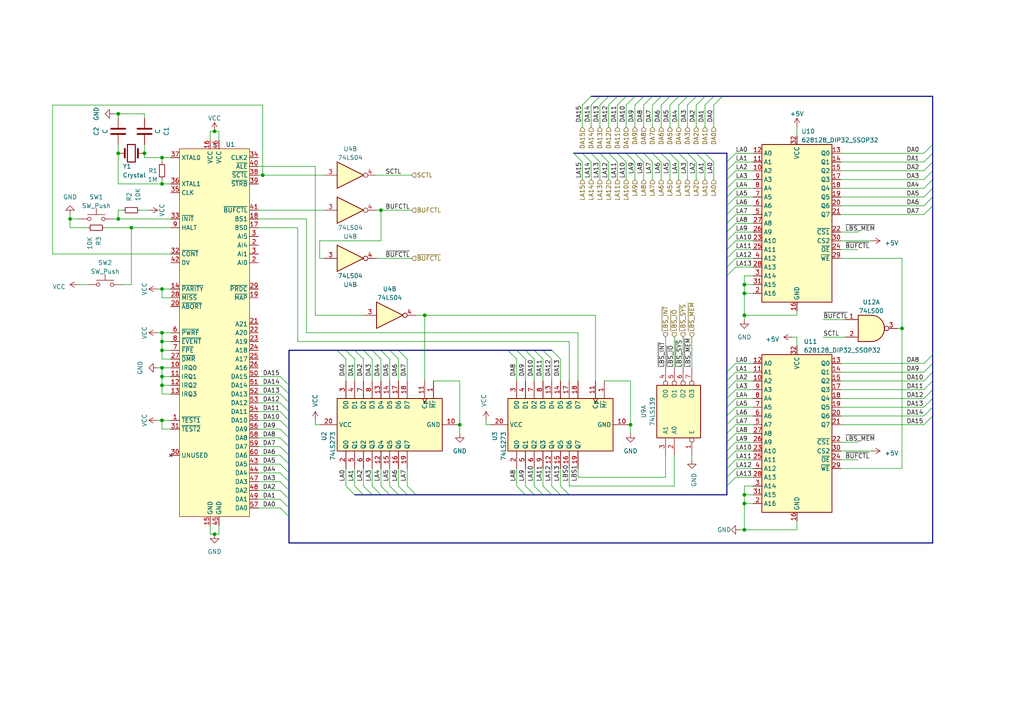
<source format=kicad_sch>
(kicad_sch (version 20230121) (generator eeschema)
  (paper "A4")
  (junction (at 62.23 154.94))
  (junction (at 34.29 44.45))
  (junction (at 76.2 50.8))
  (junction (at 41.91 44.45))
  (junction (at 46.99 106.68))
  (junction (at 261.62 95.25))
  (junction (at 46.99 53.34))
  (junction (at 46.99 109.22))
  (junction (at 46.99 99.06))
  (junction (at 215.9 146.05))
  (junction (at 46.99 83.82))
  (junction (at 34.29 33.02))
  (junction (at 46.99 101.6))
  (junction (at 215.9 143.51))
  (junction (at 215.9 82.55))
  (junction (at 46.99 45.72))
  (junction (at 46.99 111.76))
  (junction (at 46.99 121.92))
  (junction (at 46.99 96.52))
  (junction (at 34.29 63.5))
  (junction (at 215.9 85.09))
  (junction (at 110.49 60.96))
  (junction (at 20.32 63.5))
  (junction (at 62.23 38.1))
  (junction (at 215.9 91.44))
  (junction (at 215.9 153.67))
  (junction (at 38.1 66.04))
  (junction (at 182.88 123.19))
  (junction (at 123.19 91.44))
  (junction (at 133.35 123.19))
  (bus_entry (at 204.47 30.48) (size 2.54 -2.54))
  (bus_entry (at 213.36 59.69) (size -2.54 2.54))
  (bus_entry (at 213.36 49.53) (size -2.54 2.54))
  (bus_entry (at 189.23 30.48) (size 2.54 -2.54))
  (bus_entry (at 115.57 140.97) (size 2.54 2.54))
  (bus_entry (at 171.45 30.48) (size 2.54 -2.54))
  (bus_entry (at 113.03 140.97) (size 2.54 2.54))
  (bus_entry (at 81.28 144.78) (size 2.54 2.54))
  (bus_entry (at 213.36 69.85) (size -2.54 2.54))
  (bus_entry (at 207.01 46.99) (size -2.54 -2.54))
  (bus_entry (at 157.48 104.14) (size -2.54 -2.54))
  (bus_entry (at 179.07 30.48) (size 2.54 -2.54))
  (bus_entry (at 160.02 140.97) (size 2.54 2.54))
  (bus_entry (at 100.33 140.97) (size 2.54 2.54))
  (bus_entry (at 105.41 104.14) (size -2.54 -2.54))
  (bus_entry (at 267.97 62.23) (size 2.54 -2.54))
  (bus_entry (at 113.03 104.14) (size -2.54 -2.54))
  (bus_entry (at 267.97 44.45) (size 2.54 -2.54))
  (bus_entry (at 107.95 104.14) (size -2.54 -2.54))
  (bus_entry (at 184.15 30.48) (size 2.54 -2.54))
  (bus_entry (at 213.36 110.49) (size -2.54 2.54))
  (bus_entry (at 81.28 134.62) (size 2.54 2.54))
  (bus_entry (at 186.69 46.99) (size -2.54 -2.54))
  (bus_entry (at 162.56 140.97) (size 2.54 2.54))
  (bus_entry (at 196.85 30.48) (size 2.54 -2.54))
  (bus_entry (at 81.28 109.22) (size 2.54 2.54))
  (bus_entry (at 267.97 113.03) (size 2.54 -2.54))
  (bus_entry (at 199.39 46.99) (size -2.54 -2.54))
  (bus_entry (at 81.28 111.76) (size 2.54 2.54))
  (bus_entry (at 267.97 107.95) (size 2.54 -2.54))
  (bus_entry (at 110.49 104.14) (size -2.54 -2.54))
  (bus_entry (at 267.97 105.41) (size 2.54 -2.54))
  (bus_entry (at 191.77 46.99) (size -2.54 -2.54))
  (bus_entry (at 213.36 64.77) (size -2.54 2.54))
  (bus_entry (at 213.36 113.03) (size -2.54 2.54))
  (bus_entry (at 118.11 104.14) (size -2.54 -2.54))
  (bus_entry (at 179.07 46.99) (size -2.54 -2.54))
  (bus_entry (at 194.31 30.48) (size 2.54 -2.54))
  (bus_entry (at 181.61 46.99) (size -2.54 -2.54))
  (bus_entry (at 152.4 104.14) (size -2.54 -2.54))
  (bus_entry (at 213.36 74.93) (size -2.54 2.54))
  (bus_entry (at 181.61 30.48) (size 2.54 -2.54))
  (bus_entry (at 81.28 124.46) (size 2.54 2.54))
  (bus_entry (at 213.36 128.27) (size -2.54 2.54))
  (bus_entry (at 201.93 46.99) (size -2.54 -2.54))
  (bus_entry (at 102.87 104.14) (size -2.54 -2.54))
  (bus_entry (at 267.97 46.99) (size 2.54 -2.54))
  (bus_entry (at 81.28 116.84) (size 2.54 2.54))
  (bus_entry (at 107.95 140.97) (size 2.54 2.54))
  (bus_entry (at 204.47 46.99) (size -2.54 -2.54))
  (bus_entry (at 81.28 132.08) (size 2.54 2.54))
  (bus_entry (at 152.4 140.97) (size 2.54 2.54))
  (bus_entry (at 81.28 114.3) (size 2.54 2.54))
  (bus_entry (at 207.01 30.48) (size 2.54 -2.54))
  (bus_entry (at 199.39 30.48) (size 2.54 -2.54))
  (bus_entry (at 213.36 138.43) (size -2.54 2.54))
  (bus_entry (at 267.97 54.61) (size 2.54 -2.54))
  (bus_entry (at 173.99 46.99) (size -2.54 -2.54))
  (bus_entry (at 213.36 52.07) (size -2.54 2.54))
  (bus_entry (at 213.36 118.11) (size -2.54 2.54))
  (bus_entry (at 115.57 104.14) (size -2.54 -2.54))
  (bus_entry (at 213.36 44.45) (size -2.54 2.54))
  (bus_entry (at 213.36 135.89) (size -2.54 2.54))
  (bus_entry (at 81.28 119.38) (size 2.54 2.54))
  (bus_entry (at 81.28 137.16) (size 2.54 2.54))
  (bus_entry (at 213.36 133.35) (size -2.54 2.54))
  (bus_entry (at 213.36 62.23) (size -2.54 2.54))
  (bus_entry (at 186.69 30.48) (size 2.54 -2.54))
  (bus_entry (at 157.48 140.97) (size 2.54 2.54))
  (bus_entry (at 81.28 147.32) (size 2.54 2.54))
  (bus_entry (at 213.36 130.81) (size -2.54 2.54))
  (bus_entry (at 168.91 30.48) (size 2.54 -2.54))
  (bus_entry (at 149.86 104.14) (size -2.54 -2.54))
  (bus_entry (at 81.28 142.24) (size 2.54 2.54))
  (bus_entry (at 81.28 139.7) (size 2.54 2.54))
  (bus_entry (at 191.77 30.48) (size 2.54 -2.54))
  (bus_entry (at 168.91 46.99) (size -2.54 -2.54))
  (bus_entry (at 81.28 129.54) (size 2.54 2.54))
  (bus_entry (at 267.97 57.15) (size 2.54 -2.54))
  (bus_entry (at 267.97 59.69) (size 2.54 -2.54))
  (bus_entry (at 100.33 104.14) (size -2.54 -2.54))
  (bus_entry (at 184.15 46.99) (size -2.54 -2.54))
  (bus_entry (at 213.36 46.99) (size -2.54 2.54))
  (bus_entry (at 213.36 54.61) (size -2.54 2.54))
  (bus_entry (at 176.53 30.48) (size 2.54 -2.54))
  (bus_entry (at 267.97 115.57) (size 2.54 -2.54))
  (bus_entry (at 213.36 120.65) (size -2.54 2.54))
  (bus_entry (at 81.28 127) (size 2.54 2.54))
  (bus_entry (at 162.56 104.14) (size -2.54 -2.54))
  (bus_entry (at 189.23 46.99) (size -2.54 -2.54))
  (bus_entry (at 118.11 140.97) (size 2.54 2.54))
  (bus_entry (at 213.36 115.57) (size -2.54 2.54))
  (bus_entry (at 267.97 52.07) (size 2.54 -2.54))
  (bus_entry (at 201.93 30.48) (size 2.54 -2.54))
  (bus_entry (at 171.45 46.99) (size -2.54 -2.54))
  (bus_entry (at 267.97 123.19) (size 2.54 -2.54))
  (bus_entry (at 102.87 140.97) (size 2.54 2.54))
  (bus_entry (at 173.99 30.48) (size 2.54 -2.54))
  (bus_entry (at 267.97 118.11) (size 2.54 -2.54))
  (bus_entry (at 154.94 140.97) (size 2.54 2.54))
  (bus_entry (at 267.97 49.53) (size 2.54 -2.54))
  (bus_entry (at 176.53 46.99) (size -2.54 -2.54))
  (bus_entry (at 154.94 104.14) (size -2.54 -2.54))
  (bus_entry (at 81.28 121.92) (size 2.54 2.54))
  (bus_entry (at 213.36 77.47) (size -2.54 2.54))
  (bus_entry (at 213.36 105.41) (size -2.54 2.54))
  (bus_entry (at 213.36 125.73) (size -2.54 2.54))
  (bus_entry (at 267.97 110.49) (size 2.54 -2.54))
  (bus_entry (at 110.49 140.97) (size 2.54 2.54))
  (bus_entry (at 196.85 46.99) (size -2.54 -2.54))
  (bus_entry (at 105.41 140.97) (size 2.54 2.54))
  (bus_entry (at 213.36 123.19) (size -2.54 2.54))
  (bus_entry (at 149.86 140.97) (size 2.54 2.54))
  (bus_entry (at 213.36 57.15) (size -2.54 2.54))
  (bus_entry (at 160.02 104.14) (size -2.54 -2.54))
  (bus_entry (at 213.36 107.95) (size -2.54 2.54))
  (bus_entry (at 213.36 67.31) (size -2.54 2.54))
  (bus_entry (at 194.31 46.99) (size -2.54 -2.54))
  (bus_entry (at 267.97 120.65) (size 2.54 -2.54))
  (bus_entry (at 213.36 72.39) (size -2.54 2.54))
  (wire (pts (xy 213.36 57.15) (xy 218.44 57.15)))
  (wire (pts (xy 49.53 106.68) (xy 46.99 106.68)))
  (wire (pts (xy 49.53 121.92) (xy 46.99 121.92)))
  (bus (pts (xy 270.51 157.48) (xy 270.51 120.65)))
  (wire (pts (xy 74.93 139.7) (xy 81.28 139.7)))
  (wire (pts (xy 91.44 121.92) (xy 91.44 123.19)))
  (wire (pts (xy 91.44 48.26) (xy 91.44 91.44)))
  (wire (pts (xy 198.12 106.68) (xy 198.12 97.79)))
  (wire (pts (xy 46.99 86.36) (xy 49.53 86.36)))
  (wire (pts (xy 243.84 59.69) (xy 267.97 59.69)))
  (wire (pts (xy 218.44 140.97) (xy 215.9 140.97)))
  (bus (pts (xy 179.07 27.94) (xy 181.61 27.94)))
  (wire (pts (xy 107.95 135.89) (xy 107.95 140.97)))
  (wire (pts (xy 74.93 147.32) (xy 81.28 147.32)))
  (wire (pts (xy 173.99 36.83) (xy 173.99 30.48)))
  (bus (pts (xy 83.82 134.62) (xy 83.82 137.16)))
  (wire (pts (xy 243.84 49.53) (xy 267.97 49.53)))
  (wire (pts (xy 200.66 106.68) (xy 200.66 97.79)))
  (wire (pts (xy 215.9 146.05) (xy 218.44 146.05)))
  (bus (pts (xy 83.82 121.92) (xy 83.82 124.46)))
  (wire (pts (xy 22.86 63.5) (xy 20.32 63.5)))
  (bus (pts (xy 210.82 72.39) (xy 210.82 74.93)))
  (bus (pts (xy 199.39 27.94) (xy 201.93 27.94)))
  (bus (pts (xy 83.82 119.38) (xy 83.82 121.92)))
  (bus (pts (xy 102.87 101.6) (xy 105.41 101.6)))
  (wire (pts (xy 20.32 63.5) (xy 20.32 62.23)))
  (wire (pts (xy 213.36 67.31) (xy 218.44 67.31)))
  (wire (pts (xy 46.99 124.46) (xy 49.53 124.46)))
  (bus (pts (xy 160.02 143.51) (xy 162.56 143.51)))
  (wire (pts (xy 110.49 60.96) (xy 109.22 60.96)))
  (wire (pts (xy 45.72 106.68) (xy 46.99 106.68)))
  (wire (pts (xy 86.36 99.06) (xy 165.1 99.06)))
  (bus (pts (xy 83.82 149.86) (xy 83.82 157.48)))
  (bus (pts (xy 83.82 139.7) (xy 83.82 142.24)))
  (wire (pts (xy 199.39 46.99) (xy 199.39 52.07)))
  (wire (pts (xy 74.93 48.26) (xy 91.44 48.26)))
  (wire (pts (xy 243.84 130.81) (xy 252.73 130.81)))
  (wire (pts (xy 63.5 38.1) (xy 62.23 38.1)))
  (wire (pts (xy 102.87 135.89) (xy 102.87 140.97)))
  (bus (pts (xy 210.82 143.51) (xy 210.82 140.97)))
  (bus (pts (xy 173.99 27.94) (xy 176.53 27.94)))
  (bus (pts (xy 186.69 27.94) (xy 189.23 27.94)))
  (wire (pts (xy 213.36 69.85) (xy 218.44 69.85)))
  (wire (pts (xy 215.9 82.55) (xy 218.44 82.55)))
  (wire (pts (xy 63.5 40.64) (xy 63.5 38.1)))
  (wire (pts (xy 113.03 135.89) (xy 113.03 140.97)))
  (wire (pts (xy 167.64 138.43) (xy 193.04 138.43)))
  (wire (pts (xy 215.9 143.51) (xy 218.44 143.51)))
  (bus (pts (xy 179.07 44.45) (xy 176.53 44.45)))
  (bus (pts (xy 115.57 101.6) (xy 147.32 101.6)))
  (bus (pts (xy 83.82 111.76) (xy 83.82 101.6)))
  (wire (pts (xy 149.86 104.14) (xy 149.86 110.49)))
  (bus (pts (xy 210.82 128.27) (xy 210.82 130.81)))
  (wire (pts (xy 215.9 153.67) (xy 215.9 146.05)))
  (wire (pts (xy 15.24 30.48) (xy 76.2 30.48)))
  (bus (pts (xy 83.82 144.78) (xy 83.82 147.32)))
  (wire (pts (xy 243.84 67.31) (xy 248.92 67.31)))
  (wire (pts (xy 46.99 101.6) (xy 46.99 104.14)))
  (wire (pts (xy 243.84 69.85) (xy 252.73 69.85)))
  (wire (pts (xy 213.36 52.07) (xy 218.44 52.07)))
  (wire (pts (xy 46.99 109.22) (xy 49.53 109.22)))
  (bus (pts (xy 210.82 138.43) (xy 210.82 140.97)))
  (bus (pts (xy 189.23 44.45) (xy 186.69 44.45)))
  (wire (pts (xy 46.99 53.34) (xy 34.29 53.34)))
  (wire (pts (xy 213.36 110.49) (xy 218.44 110.49)))
  (bus (pts (xy 210.82 44.45) (xy 204.47 44.45)))
  (bus (pts (xy 168.91 44.45) (xy 166.37 44.45)))
  (wire (pts (xy 200.66 133.35) (xy 200.66 132.08)))
  (wire (pts (xy 107.95 104.14) (xy 107.95 110.49)))
  (wire (pts (xy 186.69 36.83) (xy 186.69 30.48)))
  (wire (pts (xy 243.84 123.19) (xy 267.97 123.19)))
  (wire (pts (xy 34.29 33.02) (xy 33.02 33.02)))
  (wire (pts (xy 76.2 50.8) (xy 93.98 50.8)))
  (wire (pts (xy 181.61 36.83) (xy 181.61 30.48)))
  (wire (pts (xy 184.15 36.83) (xy 184.15 30.48)))
  (bus (pts (xy 210.82 64.77) (xy 210.82 67.31)))
  (wire (pts (xy 74.93 144.78) (xy 81.28 144.78)))
  (wire (pts (xy 41.91 33.02) (xy 34.29 33.02)))
  (wire (pts (xy 215.9 80.01) (xy 215.9 82.55)))
  (bus (pts (xy 270.51 110.49) (xy 270.51 107.95)))
  (wire (pts (xy 63.5 154.94) (xy 62.23 154.94)))
  (wire (pts (xy 179.07 36.83) (xy 179.07 30.48)))
  (bus (pts (xy 270.51 57.15) (xy 270.51 54.61)))
  (wire (pts (xy 213.36 138.43) (xy 218.44 138.43)))
  (wire (pts (xy 46.99 83.82) (xy 46.99 86.36)))
  (bus (pts (xy 189.23 27.94) (xy 191.77 27.94)))
  (bus (pts (xy 120.65 143.51) (xy 152.4 143.51)))
  (wire (pts (xy 45.72 83.82) (xy 46.99 83.82)))
  (bus (pts (xy 154.94 101.6) (xy 157.48 101.6)))
  (wire (pts (xy 34.29 63.5) (xy 49.53 63.5)))
  (wire (pts (xy 204.47 46.99) (xy 204.47 52.07)))
  (wire (pts (xy 168.91 46.99) (xy 168.91 52.07)))
  (bus (pts (xy 152.4 101.6) (xy 154.94 101.6)))
  (wire (pts (xy 193.04 106.68) (xy 193.04 97.79)))
  (bus (pts (xy 210.82 113.03) (xy 210.82 115.57)))
  (wire (pts (xy 125.73 110.49) (xy 133.35 110.49)))
  (wire (pts (xy 140.97 123.19) (xy 142.24 123.19)))
  (wire (pts (xy 152.4 104.14) (xy 152.4 110.49)))
  (wire (pts (xy 218.44 80.01) (xy 215.9 80.01)))
  (wire (pts (xy 49.53 73.66) (xy 15.24 73.66)))
  (wire (pts (xy 40.64 60.96) (xy 43.18 60.96)))
  (bus (pts (xy 210.82 120.65) (xy 210.82 123.19)))
  (bus (pts (xy 270.51 49.53) (xy 270.51 46.99)))
  (bus (pts (xy 105.41 101.6) (xy 107.95 101.6)))
  (wire (pts (xy 46.99 121.92) (xy 46.99 124.46)))
  (wire (pts (xy 195.58 140.97) (xy 195.58 132.08)))
  (wire (pts (xy 91.44 123.19) (xy 92.71 123.19)))
  (bus (pts (xy 110.49 143.51) (xy 113.03 143.51)))
  (wire (pts (xy 243.84 118.11) (xy 267.97 118.11)))
  (wire (pts (xy 175.26 110.49) (xy 182.88 110.49)))
  (wire (pts (xy 213.36 54.61) (xy 218.44 54.61)))
  (wire (pts (xy 34.29 60.96) (xy 34.29 63.5)))
  (wire (pts (xy 109.22 74.93) (xy 119.38 74.93)))
  (wire (pts (xy 100.33 104.14) (xy 100.33 110.49)))
  (wire (pts (xy 46.99 114.3) (xy 49.53 114.3)))
  (bus (pts (xy 194.31 27.94) (xy 196.85 27.94)))
  (bus (pts (xy 210.82 77.47) (xy 210.82 80.01)))
  (wire (pts (xy 60.96 38.1) (xy 62.23 38.1)))
  (wire (pts (xy 113.03 104.14) (xy 113.03 110.49)))
  (wire (pts (xy 74.93 142.24) (xy 81.28 142.24)))
  (wire (pts (xy 74.93 127) (xy 81.28 127)))
  (bus (pts (xy 83.82 127) (xy 83.82 129.54)))
  (bus (pts (xy 110.49 101.6) (xy 113.03 101.6)))
  (bus (pts (xy 210.82 135.89) (xy 210.82 138.43)))
  (wire (pts (xy 194.31 46.99) (xy 194.31 52.07)))
  (wire (pts (xy 243.84 120.65) (xy 267.97 120.65)))
  (wire (pts (xy 74.93 116.84) (xy 81.28 116.84)))
  (bus (pts (xy 210.82 46.99) (xy 210.82 44.45)))
  (wire (pts (xy 35.56 60.96) (xy 34.29 60.96)))
  (wire (pts (xy 60.96 154.94) (xy 60.96 152.4)))
  (wire (pts (xy 74.93 124.46) (xy 81.28 124.46)))
  (wire (pts (xy 168.91 36.83) (xy 168.91 30.48)))
  (bus (pts (xy 210.82 130.81) (xy 210.82 133.35)))
  (wire (pts (xy 213.36 107.95) (xy 218.44 107.95)))
  (bus (pts (xy 210.82 69.85) (xy 210.82 72.39)))
  (wire (pts (xy 35.56 82.55) (xy 38.1 82.55)))
  (wire (pts (xy 215.9 143.51) (xy 215.9 146.05)))
  (wire (pts (xy 74.93 129.54) (xy 81.28 129.54)))
  (wire (pts (xy 118.11 135.89) (xy 118.11 140.97)))
  (wire (pts (xy 49.53 83.82) (xy 46.99 83.82)))
  (wire (pts (xy 46.99 111.76) (xy 46.99 114.3)))
  (bus (pts (xy 83.82 132.08) (xy 83.82 134.62)))
  (wire (pts (xy 45.72 121.92) (xy 46.99 121.92)))
  (wire (pts (xy 231.14 151.13) (xy 231.14 153.67)))
  (bus (pts (xy 181.61 44.45) (xy 179.07 44.45)))
  (wire (pts (xy 74.93 63.5) (xy 88.9 63.5)))
  (wire (pts (xy 229.87 97.79) (xy 231.14 97.79)))
  (wire (pts (xy 213.36 49.53) (xy 218.44 49.53)))
  (bus (pts (xy 83.82 124.46) (xy 83.82 127)))
  (wire (pts (xy 172.72 110.49) (xy 172.72 91.44)))
  (wire (pts (xy 86.36 66.04) (xy 86.36 99.06)))
  (wire (pts (xy 204.47 36.83) (xy 204.47 30.48)))
  (wire (pts (xy 46.99 99.06) (xy 46.99 101.6)))
  (wire (pts (xy 207.01 36.83) (xy 207.01 30.48)))
  (bus (pts (xy 102.87 143.51) (xy 105.41 143.51)))
  (wire (pts (xy 162.56 135.89) (xy 162.56 140.97)))
  (wire (pts (xy 49.53 111.76) (xy 46.99 111.76)))
  (wire (pts (xy 181.61 46.99) (xy 181.61 52.07)))
  (bus (pts (xy 154.94 143.51) (xy 157.48 143.51)))
  (wire (pts (xy 74.93 109.22) (xy 81.28 109.22)))
  (bus (pts (xy 270.51 107.95) (xy 270.51 105.41)))
  (wire (pts (xy 46.99 106.68) (xy 46.99 109.22)))
  (bus (pts (xy 173.99 44.45) (xy 171.45 44.45)))
  (wire (pts (xy 74.93 114.3) (xy 81.28 114.3)))
  (wire (pts (xy 213.36 113.03) (xy 218.44 113.03)))
  (wire (pts (xy 243.84 72.39) (xy 248.92 72.39)))
  (wire (pts (xy 140.97 123.19) (xy 140.97 121.92)))
  (wire (pts (xy 100.33 135.89) (xy 100.33 140.97)))
  (bus (pts (xy 270.51 44.45) (xy 270.51 41.91)))
  (wire (pts (xy 243.84 115.57) (xy 267.97 115.57)))
  (wire (pts (xy 213.36 64.77) (xy 218.44 64.77)))
  (wire (pts (xy 162.56 104.14) (xy 162.56 110.49)))
  (wire (pts (xy 110.49 60.96) (xy 110.49 69.85)))
  (wire (pts (xy 189.23 46.99) (xy 189.23 52.07)))
  (bus (pts (xy 210.82 118.11) (xy 210.82 120.65)))
  (wire (pts (xy 46.99 99.06) (xy 49.53 99.06)))
  (wire (pts (xy 33.02 63.5) (xy 34.29 63.5)))
  (wire (pts (xy 41.91 45.72) (xy 46.99 45.72)))
  (wire (pts (xy 213.36 125.73) (xy 218.44 125.73)))
  (bus (pts (xy 270.51 105.41) (xy 270.51 102.87)))
  (wire (pts (xy 74.93 60.96) (xy 93.98 60.96)))
  (wire (pts (xy 215.9 140.97) (xy 215.9 143.51)))
  (bus (pts (xy 100.33 101.6) (xy 102.87 101.6)))
  (wire (pts (xy 160.02 135.89) (xy 160.02 140.97)))
  (wire (pts (xy 167.64 96.52) (xy 167.64 110.49)))
  (bus (pts (xy 270.51 41.91) (xy 270.51 27.94)))
  (wire (pts (xy 110.49 60.96) (xy 119.38 60.96)))
  (bus (pts (xy 113.03 143.51) (xy 115.57 143.51)))
  (bus (pts (xy 196.85 27.94) (xy 199.39 27.94)))
  (bus (pts (xy 171.45 27.94) (xy 173.99 27.94)))
  (wire (pts (xy 49.53 101.6) (xy 46.99 101.6)))
  (bus (pts (xy 270.51 59.69) (xy 270.51 102.87)))
  (wire (pts (xy 110.49 135.89) (xy 110.49 140.97)))
  (bus (pts (xy 181.61 27.94) (xy 184.15 27.94)))
  (wire (pts (xy 160.02 104.14) (xy 160.02 110.49)))
  (wire (pts (xy 243.84 52.07) (xy 267.97 52.07)))
  (wire (pts (xy 74.93 121.92) (xy 81.28 121.92)))
  (wire (pts (xy 182.88 123.19) (xy 182.88 125.73)))
  (wire (pts (xy 46.99 109.22) (xy 46.99 111.76)))
  (wire (pts (xy 22.86 82.55) (xy 25.4 82.55)))
  (bus (pts (xy 194.31 44.45) (xy 191.77 44.45)))
  (bus (pts (xy 83.82 116.84) (xy 83.82 119.38)))
  (wire (pts (xy 15.24 73.66) (xy 15.24 30.48)))
  (wire (pts (xy 157.48 135.89) (xy 157.48 140.97)))
  (wire (pts (xy 110.49 69.85) (xy 92.71 69.85)))
  (bus (pts (xy 270.51 120.65) (xy 270.51 118.11)))
  (wire (pts (xy 118.11 104.14) (xy 118.11 110.49)))
  (wire (pts (xy 88.9 63.5) (xy 88.9 96.52)))
  (bus (pts (xy 210.82 54.61) (xy 210.82 57.15)))
  (bus (pts (xy 186.69 44.45) (xy 184.15 44.45)))
  (bus (pts (xy 210.82 59.69) (xy 210.82 62.23)))
  (wire (pts (xy 165.1 135.89) (xy 165.1 140.97)))
  (wire (pts (xy 243.84 44.45) (xy 267.97 44.45)))
  (wire (pts (xy 25.4 66.04) (xy 20.32 66.04)))
  (bus (pts (xy 204.47 27.94) (xy 207.01 27.94)))
  (wire (pts (xy 115.57 104.14) (xy 115.57 110.49)))
  (bus (pts (xy 196.85 44.45) (xy 194.31 44.45)))
  (wire (pts (xy 243.84 74.93) (xy 261.62 74.93)))
  (wire (pts (xy 213.36 62.23) (xy 218.44 62.23)))
  (wire (pts (xy 154.94 104.14) (xy 154.94 110.49)))
  (wire (pts (xy 243.84 128.27) (xy 248.92 128.27)))
  (wire (pts (xy 213.36 74.93) (xy 218.44 74.93)))
  (bus (pts (xy 207.01 27.94) (xy 209.55 27.94)))
  (bus (pts (xy 83.82 114.3) (xy 83.82 116.84)))
  (bus (pts (xy 270.51 115.57) (xy 270.51 113.03)))
  (wire (pts (xy 74.93 111.76) (xy 81.28 111.76)))
  (bus (pts (xy 270.51 54.61) (xy 270.51 52.07)))
  (bus (pts (xy 83.82 157.48) (xy 270.51 157.48)))
  (wire (pts (xy 215.9 91.44) (xy 215.9 92.71)))
  (bus (pts (xy 209.55 27.94) (xy 270.51 27.94)))
  (wire (pts (xy 213.36 105.41) (xy 218.44 105.41)))
  (wire (pts (xy 243.84 110.49) (xy 267.97 110.49)))
  (wire (pts (xy 46.99 96.52) (xy 46.99 99.06)))
  (wire (pts (xy 171.45 46.99) (xy 171.45 52.07)))
  (wire (pts (xy 213.36 120.65) (xy 218.44 120.65)))
  (wire (pts (xy 193.04 138.43) (xy 193.04 132.08)))
  (wire (pts (xy 154.94 135.89) (xy 154.94 140.97)))
  (wire (pts (xy 189.23 36.83) (xy 189.23 30.48)))
  (wire (pts (xy 196.85 36.83) (xy 196.85 30.48)))
  (wire (pts (xy 201.93 46.99) (xy 201.93 52.07)))
  (bus (pts (xy 105.41 143.51) (xy 107.95 143.51)))
  (bus (pts (xy 270.51 52.07) (xy 270.51 49.53)))
  (bus (pts (xy 199.39 44.45) (xy 196.85 44.45)))
  (wire (pts (xy 41.91 45.72) (xy 41.91 44.45)))
  (wire (pts (xy 182.88 110.49) (xy 182.88 123.19)))
  (wire (pts (xy 105.41 135.89) (xy 105.41 140.97)))
  (bus (pts (xy 83.82 137.16) (xy 83.82 139.7)))
  (bus (pts (xy 115.57 143.51) (xy 118.11 143.51)))
  (bus (pts (xy 210.82 125.73) (xy 210.82 128.27)))
  (wire (pts (xy 243.84 62.23) (xy 267.97 62.23)))
  (wire (pts (xy 172.72 91.44) (xy 123.19 91.44)))
  (bus (pts (xy 191.77 44.45) (xy 189.23 44.45)))
  (wire (pts (xy 218.44 85.09) (xy 215.9 85.09)))
  (bus (pts (xy 157.48 143.51) (xy 160.02 143.51)))
  (wire (pts (xy 261.62 95.25) (xy 261.62 135.89)))
  (bus (pts (xy 83.82 147.32) (xy 83.82 149.86)))
  (wire (pts (xy 231.14 91.44) (xy 215.9 91.44)))
  (wire (pts (xy 196.85 46.99) (xy 196.85 52.07)))
  (wire (pts (xy 213.36 44.45) (xy 218.44 44.45)))
  (wire (pts (xy 157.48 104.14) (xy 157.48 110.49)))
  (bus (pts (xy 176.53 27.94) (xy 179.07 27.94)))
  (wire (pts (xy 261.62 135.89) (xy 243.84 135.89)))
  (wire (pts (xy 49.53 96.52) (xy 46.99 96.52)))
  (wire (pts (xy 179.07 46.99) (xy 179.07 52.07)))
  (wire (pts (xy 191.77 46.99) (xy 191.77 52.07)))
  (bus (pts (xy 162.56 143.51) (xy 165.1 143.51)))
  (wire (pts (xy 213.36 128.27) (xy 218.44 128.27)))
  (wire (pts (xy 38.1 82.55) (xy 38.1 66.04)))
  (bus (pts (xy 210.82 115.57) (xy 210.82 118.11)))
  (bus (pts (xy 113.03 101.6) (xy 115.57 101.6)))
  (bus (pts (xy 210.82 49.53) (xy 210.82 52.07)))
  (bus (pts (xy 83.82 129.54) (xy 83.82 132.08)))
  (bus (pts (xy 107.95 101.6) (xy 110.49 101.6)))
  (wire (pts (xy 213.36 123.19) (xy 218.44 123.19)))
  (wire (pts (xy 34.29 41.91) (xy 34.29 44.45)))
  (wire (pts (xy 74.93 119.38) (xy 81.28 119.38)))
  (wire (pts (xy 243.84 54.61) (xy 267.97 54.61)))
  (bus (pts (xy 210.82 67.31) (xy 210.82 69.85)))
  (wire (pts (xy 213.36 72.39) (xy 218.44 72.39)))
  (wire (pts (xy 74.93 132.08) (xy 81.28 132.08)))
  (bus (pts (xy 270.51 113.03) (xy 270.51 110.49)))
  (bus (pts (xy 210.82 110.49) (xy 210.82 113.03)))
  (wire (pts (xy 20.32 66.04) (xy 20.32 63.5)))
  (wire (pts (xy 115.57 135.89) (xy 115.57 140.97)))
  (bus (pts (xy 83.82 101.6) (xy 97.79 101.6)))
  (wire (pts (xy 243.84 133.35) (xy 248.92 133.35)))
  (wire (pts (xy 74.93 50.8) (xy 76.2 50.8)))
  (wire (pts (xy 186.69 46.99) (xy 186.69 52.07)))
  (bus (pts (xy 210.82 57.15) (xy 210.82 59.69)))
  (bus (pts (xy 204.47 44.45) (xy 201.93 44.45)))
  (wire (pts (xy 231.14 153.67) (xy 215.9 153.67)))
  (bus (pts (xy 191.77 27.94) (xy 194.31 27.94)))
  (wire (pts (xy 92.71 69.85) (xy 92.71 74.93)))
  (wire (pts (xy 213.36 46.99) (xy 218.44 46.99)))
  (bus (pts (xy 149.86 101.6) (xy 152.4 101.6)))
  (bus (pts (xy 210.82 80.01) (xy 210.82 107.95)))
  (wire (pts (xy 63.5 152.4) (xy 63.5 154.94)))
  (wire (pts (xy 213.36 130.81) (xy 218.44 130.81)))
  (wire (pts (xy 243.84 107.95) (xy 267.97 107.95)))
  (wire (pts (xy 213.36 133.35) (xy 218.44 133.35)))
  (wire (pts (xy 46.99 53.34) (xy 46.99 52.07)))
  (bus (pts (xy 83.82 142.24) (xy 83.82 144.78)))
  (wire (pts (xy 213.36 77.47) (xy 218.44 77.47)))
  (wire (pts (xy 238.76 97.79) (xy 245.11 97.79)))
  (wire (pts (xy 74.93 134.62) (xy 81.28 134.62)))
  (bus (pts (xy 210.82 46.99) (xy 210.82 49.53)))
  (wire (pts (xy 105.41 104.14) (xy 105.41 110.49)))
  (wire (pts (xy 46.99 104.14) (xy 49.53 104.14)))
  (wire (pts (xy 176.53 46.99) (xy 176.53 52.07)))
  (bus (pts (xy 176.53 44.45) (xy 173.99 44.45)))
  (wire (pts (xy 207.01 46.99) (xy 207.01 52.07)))
  (wire (pts (xy 199.39 36.83) (xy 199.39 30.48)))
  (wire (pts (xy 243.84 105.41) (xy 267.97 105.41)))
  (bus (pts (xy 201.93 27.94) (xy 204.47 27.94)))
  (wire (pts (xy 123.19 91.44) (xy 123.19 110.49)))
  (bus (pts (xy 270.51 118.11) (xy 270.51 115.57)))
  (wire (pts (xy 173.99 46.99) (xy 173.99 52.07)))
  (bus (pts (xy 210.82 74.93) (xy 210.82 77.47)))
  (bus (pts (xy 201.93 44.45) (xy 199.39 44.45)))
  (wire (pts (xy 34.29 53.34) (xy 34.29 44.45)))
  (bus (pts (xy 184.15 44.45) (xy 181.61 44.45)))
  (wire (pts (xy 215.9 91.44) (xy 215.9 85.09)))
  (wire (pts (xy 165.1 140.97) (xy 195.58 140.97)))
  (bus (pts (xy 210.82 52.07) (xy 210.82 54.61)))
  (wire (pts (xy 46.99 45.72) (xy 49.53 45.72)))
  (wire (pts (xy 74.93 66.04) (xy 86.36 66.04)))
  (wire (pts (xy 74.93 137.16) (xy 81.28 137.16)))
  (wire (pts (xy 213.36 59.69) (xy 218.44 59.69)))
  (bus (pts (xy 184.15 27.94) (xy 186.69 27.94)))
  (wire (pts (xy 184.15 46.99) (xy 184.15 52.07)))
  (wire (pts (xy 133.35 110.49) (xy 133.35 123.19)))
  (wire (pts (xy 243.84 46.99) (xy 267.97 46.99)))
  (wire (pts (xy 110.49 104.14) (xy 110.49 110.49)))
  (wire (pts (xy 213.36 115.57) (xy 218.44 115.57)))
  (wire (pts (xy 30.48 66.04) (xy 38.1 66.04)))
  (wire (pts (xy 194.31 36.83) (xy 194.31 30.48)))
  (wire (pts (xy 152.4 135.89) (xy 152.4 140.97)))
  (wire (pts (xy 76.2 30.48) (xy 76.2 50.8)))
  (bus (pts (xy 83.82 111.76) (xy 83.82 114.3)))
  (wire (pts (xy 165.1 99.06) (xy 165.1 110.49)))
  (bus (pts (xy 147.32 101.6) (xy 149.86 101.6)))
  (bus (pts (xy 210.82 123.19) (xy 210.82 125.73)))
  (wire (pts (xy 91.44 91.44) (xy 105.41 91.44)))
  (wire (pts (xy 176.53 36.83) (xy 176.53 30.48)))
  (bus (pts (xy 168.91 44.45) (xy 171.45 44.45)))
  (wire (pts (xy 41.91 41.91) (xy 41.91 44.45)))
  (wire (pts (xy 201.93 36.83) (xy 201.93 30.48)))
  (bus (pts (xy 210.82 133.35) (xy 210.82 135.89)))
  (bus (pts (xy 157.48 101.6) (xy 160.02 101.6)))
  (bus (pts (xy 107.95 143.51) (xy 110.49 143.51)))
  (wire (pts (xy 45.72 96.52) (xy 46.99 96.52)))
  (wire (pts (xy 109.22 50.8) (xy 119.38 50.8)))
  (wire (pts (xy 167.64 135.89) (xy 167.64 138.43)))
  (bus (pts (xy 118.11 143.51) (xy 120.65 143.51)))
  (wire (pts (xy 102.87 104.14) (xy 102.87 110.49)))
  (wire (pts (xy 231.14 90.17) (xy 231.14 91.44)))
  (wire (pts (xy 231.14 36.83) (xy 231.14 39.37)))
  (wire (pts (xy 62.23 154.94) (xy 60.96 154.94)))
  (wire (pts (xy 38.1 66.04) (xy 49.53 66.04)))
  (wire (pts (xy 60.96 40.64) (xy 60.96 38.1)))
  (wire (pts (xy 92.71 74.93) (xy 93.98 74.93)))
  (wire (pts (xy 88.9 96.52) (xy 167.64 96.52)))
  (wire (pts (xy 238.76 92.71) (xy 245.11 92.71)))
  (wire (pts (xy 213.36 118.11) (xy 218.44 118.11)))
  (wire (pts (xy 243.84 113.03) (xy 267.97 113.03)))
  (wire (pts (xy 49.53 53.34) (xy 46.99 53.34)))
  (wire (pts (xy 214.63 153.67) (xy 215.9 153.67)))
  (wire (pts (xy 46.99 46.99) (xy 46.99 45.72)))
  (wire (pts (xy 215.9 85.09) (xy 215.9 82.55)))
  (bus (pts (xy 270.51 59.69) (xy 270.51 57.15)))
  (wire (pts (xy 123.19 91.44) (xy 120.65 91.44)))
  (wire (pts (xy 195.58 106.68) (xy 195.58 97.79)))
  (bus (pts (xy 152.4 143.51) (xy 154.94 143.51)))
  (wire (pts (xy 149.86 135.89) (xy 149.86 140.97)))
  (wire (pts (xy 213.36 135.89) (xy 218.44 135.89)))
  (bus (pts (xy 210.82 62.23) (xy 210.82 64.77)))
  (wire (pts (xy 34.29 33.02) (xy 34.29 34.29)))
  (wire (pts (xy 243.84 57.15) (xy 267.97 57.15)))
  (wire (pts (xy 261.62 74.93) (xy 261.62 95.25)))
  (bus (pts (xy 97.79 101.6) (xy 100.33 101.6)))
  (wire (pts (xy 191.77 36.83) (xy 191.77 30.48)))
  (bus (pts (xy 270.51 46.99) (xy 270.51 44.45)))
  (wire (pts (xy 133.35 123.19) (xy 133.35 125.73)))
  (bus (pts (xy 165.1 143.51) (xy 210.82 143.51)))
  (wire (pts (xy 41.91 34.29) (xy 41.91 33.02)))
  (wire (pts (xy 171.45 36.83) (xy 171.45 30.48)))
  (bus (pts (xy 210.82 107.95) (xy 210.82 110.49)))
  (wire (pts (xy 260.35 95.25) (xy 261.62 95.25)))
  (wire (pts (xy 231.14 97.79) (xy 231.14 100.33)))
  (label "DA0" (at 262.89 44.45 0))
  (label "~{LBS_MEM}" (at 245.11 128.27 0))
  (label "LA4" (at 213.36 115.57 0))
  (label "DA7" (at 76.2 129.54 0))
  (label "LA10" (at 213.36 69.85 0))
  (label "DA5" (at 194.31 35.56 90))
  (label "LA10" (at 213.36 130.81 0))
  (label "DA3" (at 199.39 35.56 90))
  (label "~{LBS_MEM}" (at 200.66 106.68 90))
  (label "LA4" (at 110.49 139.7 90))
  (label "LA7" (at 118.11 139.7 90))
  (label "LA2" (at 213.36 49.53 0))
  (label "DA12" (at 262.89 115.57 0))
  (label "LA13" (at 213.36 138.43 0))
  (label "DA9" (at 76.2 124.46 0))
  (label "DA6" (at 262.89 59.69 0))
  (label "LA8" (at 213.36 64.77 0))
  (label "DA2" (at 201.93 35.56 90))
  (label "DA12" (at 76.2 116.84 0))
  (label "DA15" (at 262.89 123.19 0))
  (label "LA5" (at 113.03 139.7 90))
  (label "DA14" (at 262.89 120.65 0))
  (label "DA15" (at 76.2 109.22 0))
  (label "DA11" (at 76.2 119.38 0))
  (label "DA5" (at 76.2 134.62 0))
  (label "DA4" (at 76.2 137.16 0))
  (label "~{BUFCTL}" (at 245.11 72.39 0))
  (label "DA1" (at 102.87 109.22 90))
  (label "LA6" (at 213.36 120.65 0))
  (label "LA7" (at 189.23 46.99 270))
  (label "LA2" (at 201.93 46.99 270))
  (label "~{BUFCTL}" (at 111.76 74.93 0))
  (label "LA15" (at 168.91 46.99 270))
  (label "LA0" (at 207.01 46.99 270))
  (label "DA10" (at 154.94 109.22 90))
  (label "LA3" (at 213.36 52.07 0))
  (label "DA14" (at 76.2 111.76 0))
  (label "DA9" (at 262.89 107.95 0))
  (label "LA13" (at 213.36 77.47 0))
  (label "DA13" (at 173.99 35.56 90))
  (label "DA9" (at 184.15 35.56 90))
  (label "LA0" (at 213.36 105.41 0))
  (label "~{LBS_MEM}" (at 245.11 67.31 0))
  (label "DA11" (at 179.07 35.56 90))
  (label "DA5" (at 262.89 57.15 0))
  (label "LA7" (at 213.36 62.23 0))
  (label "LA0" (at 100.33 139.7 90))
  (label "DA4" (at 110.49 109.22 90))
  (label "LA12" (at 176.53 46.99 270))
  (label "LA1" (at 213.36 46.99 0))
  (label "DA8" (at 262.89 105.41 0))
  (label "~{LBS_IO}" (at 195.58 106.68 90))
  (label "LA5" (at 213.36 118.11 0))
  (label "LA6" (at 191.77 46.99 270))
  (label "DA2" (at 105.41 109.22 90))
  (label "DA12" (at 160.02 109.22 90))
  (label "DA11" (at 157.48 109.22 90))
  (label "DA10" (at 76.2 121.92 0))
  (label "DA2" (at 262.89 49.53 0))
  (label "LA13" (at 173.99 46.99 270))
  (label "LA8" (at 186.69 46.99 270))
  (label "LA3" (at 213.36 113.03 0))
  (label "LA5" (at 194.31 46.99 270))
  (label "DA7" (at 189.23 35.56 90))
  (label "DA3" (at 107.95 109.22 90))
  (label "DA7" (at 118.11 109.22 90))
  (label "~{BUFCTL}" (at 245.11 133.35 0))
  (label "LA10" (at 181.61 46.99 270))
  (label "DA4" (at 196.85 35.56 90))
  (label "LA14" (at 171.45 46.99 270))
  (label "LA2" (at 105.41 139.7 90))
  (label "LA11" (at 213.36 72.39 0))
  (label "LA11" (at 179.07 46.99 270))
  (label "DA6" (at 76.2 132.08 0))
  (label "LA12" (at 160.02 139.7 90))
  (label "LA13" (at 162.56 139.7 90))
  (label "DA7" (at 262.89 62.23 0))
  (label "LA1" (at 213.36 107.95 0))
  (label "DA9" (at 152.4 109.22 90))
  (label "LA11" (at 157.48 139.7 90))
  (label "LBS1" (at 167.64 139.7 90))
  (label "DA15" (at 168.91 35.56 90))
  (label "LA7" (at 213.36 123.19 0))
  (label "LA9" (at 213.36 67.31 0))
  (label "DA6" (at 191.77 35.56 90))
  (label "DA0" (at 207.01 35.56 90))
  (label "LA6" (at 213.36 59.69 0))
  (label "LA3" (at 107.95 139.7 90))
  (label "LA1" (at 102.87 139.7 90))
  (label "DA10" (at 181.61 35.56 90))
  (label "DA1" (at 76.2 144.78 0))
  (label "LA9" (at 152.4 139.7 90))
  (label "LA9" (at 184.15 46.99 270))
  (label "~{LBS_SYS}" (at 198.12 106.68 90))
  (label "DA13" (at 162.56 109.22 90))
  (label "BUFCTL" (at 111.76 60.96 0))
  (label "DA5" (at 113.03 109.22 90))
  (label "DA8" (at 76.2 127 0))
  (label "LA11" (at 213.36 133.35 0))
  (label "DA8" (at 149.86 109.22 90))
  (label "DA3" (at 76.2 139.7 0))
  (label "~{BUFCTL}" (at 238.76 92.71 0))
  (label "LA8" (at 213.36 125.73 0))
  (label "LA2" (at 213.36 110.49 0))
  (label "DA6" (at 115.57 109.22 90))
  (label "DA10" (at 262.89 110.49 0))
  (label "DA14" (at 171.45 35.56 90))
  (label "DA3" (at 262.89 52.07 0))
  (label "LA12" (at 213.36 135.89 0))
  (label "LA3" (at 199.39 46.99 270))
  (label "LA5" (at 213.36 57.15 0))
  (label "SCTL" (at 238.76 97.79 0))
  (label "DA0" (at 100.33 109.22 90))
  (label "DA12" (at 176.53 35.56 90))
  (label "DA11" (at 262.89 113.03 0))
  (label "~{LBS_INT}" (at 193.04 106.68 90))
  (label "LBS0" (at 165.1 139.7 90))
  (label "LA6" (at 115.57 139.7 90))
  (label "LA10" (at 154.94 139.7 90))
  (label "SCTL" (at 111.76 50.8 0))
  (label "LA8" (at 149.86 139.7 90))
  (label "DA4" (at 262.89 54.61 0))
  (label "LA9" (at 213.36 128.27 0))
  (label "DA13" (at 76.2 114.3 0))
  (label "LA12" (at 213.36 74.93 0))
  (label "DA2" (at 76.2 142.24 0))
  (label "DA13" (at 262.89 118.11 0))
  (label "DA0" (at 76.2 147.32 0))
  (label "LA4" (at 213.36 54.61 0))
  (label "LA4" (at 196.85 46.99 270))
  (label "DA1" (at 204.47 35.56 90))
  (label "LA0" (at 213.36 44.45 0))
  (label "LA1" (at 204.47 46.99 270))
  (label "DA1" (at 262.89 46.99 0))
  (label "DA8" (at 186.69 35.56 90))
  (hierarchical_label "DA8" (shape input) (at 186.69 36.83 270))
  (hierarchical_label "DA11" (shape input) (at 179.07 36.83 270))
  (hierarchical_label "~{LBS_INT}" (shape input) (at 193.04 97.79 90))
  (hierarchical_label "DA15" (shape input) (at 168.91 36.83 270))
  (hierarchical_label "BUFCTL" (shape input) (at 119.38 60.96 0))
  (hierarchical_label "DA12" (shape input) (at 176.53 36.83 270))
  (hierarchical_label "LA7" (shape input) (at 189.23 52.07 270))
  (hierarchical_label "DA7" (shape input) (at 189.23 36.83 270))
  (hierarchical_label "DA6" (shape input) (at 191.77 36.83 270))
  (hierarchical_label "LA6" (shape input) (at 191.77 52.07 270))
  (hierarchical_label "SCTL" (shape input) (at 119.38 50.8 0))
  (hierarchical_label "LA12" (shape input) (at 176.53 52.07 270))
  (hierarchical_label "LA5" (shape input) (at 194.31 52.07 270))
  (hierarchical_label "DA1" (shape input) (at 204.47 36.83 270))
  (hierarchical_label "LA8" (shape input) (at 186.69 52.07 270))
  (hierarchical_label "LA3" (shape input) (at 199.39 52.07 270))
  (hierarchical_label "DA14" (shape input) (at 171.45 36.83 270))
  (hierarchical_label "LA1" (shape input) (at 204.47 52.07 270))
  (hierarchical_label "DA5" (shape input) (at 194.31 36.83 270))
  (hierarchical_label "LA11" (shape input) (at 179.07 52.07 270))
  (hierarchical_label "LA10" (shape input) (at 181.61 52.07 270))
  (hierarchical_label "DA3" (shape input) (at 199.39 36.83 270))
  (hierarchical_label "DA10" (shape input) (at 181.61 36.83 270))
  (hierarchical_label "LA15" (shape input) (at 168.91 52.07 270))
  (hierarchical_label "DA4" (shape input) (at 196.85 36.83 270))
  (hierarchical_label "DA0" (shape input) (at 207.01 36.83 270))
  (hierarchical_label "LA0" (shape input) (at 207.01 52.07 270))
  (hierarchical_label "LA14" (shape input) (at 171.45 52.07 270))
  (hierarchical_label "DA9" (shape input) (at 184.15 36.83 270))
  (hierarchical_label "DA2" (shape input) (at 201.93 36.83 270))
  (hierarchical_label "LA13" (shape input) (at 173.99 52.07 270))
  (hierarchical_label "~{LBS_MEM}" (shape input) (at 200.66 97.79 90))
  (hierarchical_label "~{LBS_SYS}" (shape input) (at 198.12 97.79 90))
  (hierarchical_label "LA4" (shape input) (at 196.85 52.07 270))
  (hierarchical_label "~{BUFCTL}" (shape input) (at 119.38 74.93 0))
  (hierarchical_label "LA9" (shape input) (at 184.15 52.07 270))
  (hierarchical_label "~{LBS_IO}" (shape input) (at 195.58 97.79 90))
  (hierarchical_label "LA2" (shape input) (at 201.93 52.07 270))
  (hierarchical_label "DA13" (shape input) (at 173.99 36.83 270))
  (symbol (lib_id "Device:Crystal") (at 38.1 44.45 0) (unit 1)
    (property "Reference" "Y1" (at 35.56 48.26 0) (effects (justify left)))
    (property "Value" "Crystal" (at 35.56 50.8 0) (effects (justify left)))
  )
  (symbol (lib_id "power:+5V") (at 252.73 69.85 270) (unit 1)
    (property "Reference" "#PWR017" (effects hide))
    (property "Value" "+5V" (at 256.54 70.485 90) (effects (justify left)))
  )
  (symbol (lib_id "power:GND") (at 215.9 92.71 0) (unit 1)
    (property "Reference" "#PWR021" (effects hide))
    (property "Value" "GND" (at 215.9 97.79 0))
  )
  (symbol (lib_id "74xx:74LS273") (at 113.03 123.19 90) (mirror x) (unit 1)
    (property "Reference" "U2" (at 93.98 125.1459 0) (effects (justify left)))
    (property "Value" "74LS273" (at 96.52 125.1459 0) (effects (justify left)))
    (property "Datasheet" "http://www.ti.com/lit/gpn/sn74LS273" (effects hide))
    (instances (project "PDP11Hack" (path "" (reference "U2") (unit 1)) (path "" (reference "U7") (unit 1))))
  )
  (symbol (lib_id "power:+5V") (at 231.14 36.83 0) (unit 1)
    (property "Reference" "#PWR019" (effects hide))
    (property "Value" "+5V" (at 231.14 33.02 0))
  )
  (symbol (lib_id "74xx:74LS139") (at 195.58 119.38 90) (unit 1)
    (property "Reference" "U9" (at 186.69 119.38 0))
    (property "Value" "74LS139" (at 189.23 119.38 0))
    (property "Datasheet" "http://www.ti.com/lit/ds/symlink/sn74ls139a.pdf" (effects hide))
  )
  (symbol (lib_id "power:GND") (at 182.88 125.73 0) (unit 1)
    (property "Reference" "#PWR02" (effects hide))
    (property "Value" "GND" (at 182.88 130.81 0))
  )
  (symbol (lib_id "Switch:SW_Push") (at 30.48 82.55 0) (unit 1)
    (property "Reference" "SW2" (at 30.48 76.2 0))
    (property "Value" "SW_Push" (at 30.48 78.74 0))
  )
  (symbol (lib_id "74xx:74LS04") (at 101.6 74.93 0) (unit 2)
    (property "Reference" "U4" (at 101.6 82.55 0))
    (property "Value" "74LS04" (at 101.6 80.01 0))
    (property "Datasheet" "http://www.ti.com/lit/gpn/sn74LS04" (effects hide))
    (instances (project "PDP11Hack" (path "" (reference "U4") (unit 2)) (path "" (reference "U6") (unit 4))))
  )
  (symbol (lib_id "power:+5V") (at 229.87 97.79 90) (unit 1)
    (property "Reference" "#PWR018" (effects hide))
    (property "Value" "+5V" (at 226.06 98.425 90) (effects (justify left)))
  )
  (symbol (lib_id "74xx:74LS04") (at 113.03 91.44 0) (unit 2)
    (property "Reference" "U4" (at 113.03 83.82 0))
    (property "Value" "74LS04" (at 113.03 86.36 0))
    (property "Datasheet" "http://www.ti.com/lit/gpn/sn74LS04" (effects hide))
    (instances (project "PDP11Hack" (path "" (reference "U4") (unit 2)) (path "" (reference "U6") (unit 2))))
  )
  (symbol (lib_id "power:GND") (at 200.66 133.35 0) (unit 1)
    (property "Reference" "#PWR015" (effects hide))
    (property "Value" "GND" (at 201.295 137.16 90) (effects (justify right)))
  )
  (symbol (lib_id "power:VCC") (at 22.86 82.55 90) (unit 1)
    (property "Reference" "#PWR010" (effects hide))
    (property "Value" "VCC" (at 19.05 83.185 90) (effects (justify left)))
  )
  (symbol (lib_id "74xx:74LS04") (at 101.6 50.8 0) (unit 2)
    (property "Reference" "U4" (at 101.6 43.18 0))
    (property "Value" "74LS04" (at 101.6 45.72 0))
    (property "Datasheet" "http://www.ti.com/lit/gpn/sn74LS04" (effects hide))
    (instances (project "PDP11Hack" (path "" (reference "U4") (unit 2)) (path "" (reference "U6") (unit 1))))
  )
  (symbol (lib_id "power:GND") (at 20.32 62.23 0) (mirror x) (unit 1)
    (property "Reference" "#PWR09" (effects hide))
    (property "Value" "GND" (at 20.32 57.15 0))
  )
  (symbol (lib_id "Device:R_Small") (at 38.1 60.96 270) (unit 1)
    (property "Reference" "R2" (at 37.465 58.42 0) (effects (justify right)))
    (property "Value" "10K" (at 40.005 58.42 0) (effects (justify right)))
  )
  (symbol (lib_id "power:GND") (at 214.63 153.67 270) (unit 1)
    (property "Reference" "#PWR020" (effects hide))
    (property "Value" "GND" (at 212.09 153.67 90) (effects (justify right)))
  )
  (symbol (lib_id "Device:C") (at 41.91 38.1 0) (unit 1)
    (property "Reference" "C1" (at 48.26 38.1 90))
    (property "Value" "C" (at 45.72 38.1 90))
  )
  (symbol (lib_id "Memory_RAM:628128_DIP32_SSOP32") (at 231.14 125.73 0) (unit 1)
    (property "Reference" "U11" (at 233.0959 99.06 0) (effects (justify left)))
    (property "Value" "628128_DIP32_SSOP32" (at 233.0959 101.6 0) (effects (justify left)))
    (property "Datasheet" "http://www.futurlec.com/Datasheet/Memory/628128.pdf" (effects hide))
  )
  (symbol (lib_id "Memory_RAM:628128_DIP32_SSOP32") (at 231.14 64.77 0) (unit 1)
    (property "Reference" "U10" (at 232.41 38.1 0) (effects (justify left)))
    (property "Value" "628128_DIP32_SSOP32" (at 232.41 40.64 0) (effects (justify left)))
    (property "Datasheet" "http://www.futurlec.com/Datasheet/Memory/628128.pdf" (effects hide))
  )
  (symbol (lib_id "power:VCC") (at 140.97 121.92 0) (unit 1)
    (property "Reference" "#PWR04" (effects hide))
    (property "Value" "VCC" (at 140.335 118.11 90) (effects (justify left)))
  )
  (symbol (lib_id "power:GND") (at 33.02 33.02 270) (unit 1)
    (property "Reference" "#PWR07" (effects hide))
    (property "Value" "GND" (at 27.94 33.02 0))
  )
  (symbol (lib_id "Device:C") (at 34.29 38.1 0) (mirror x) (unit 1)
    (property "Reference" "C2" (at 27.94 38.1 90))
    (property "Value" "C" (at 30.48 38.1 90))
  )
  (symbol (lib_id "power:VCC") (at 45.72 121.92 90) (unit 1)
    (property "Reference" "#PWR013" (effects hide))
    (property "Value" "VCC" (at 41.91 121.92 0))
  )
  (symbol (lib_id "power:VCC") (at 91.44 121.92 0) (unit 1)
    (property "Reference" "#PWR03" (effects hide))
    (property "Value" "VCC" (at 91.44 118.11 90) (effects (justify left)))
  )
  (symbol (lib_id "power:VCC") (at 45.72 83.82 90) (unit 1)
    (property "Reference" "#PWR011" (effects hide))
    (property "Value" "VCC" (at 41.91 83.82 0))
  )
  (symbol (lib_id "Switch:SW_Push") (at 27.94 63.5 0) (unit 1)
    (property "Reference" "SW1" (at 27.94 57.15 0))
    (property "Value" "SW_Push" (at 27.94 59.69 0))
  )
  (symbol (lib_id "power:VCC") (at 62.23 38.1 0) (unit 1)
    (property "Reference" "#PWR06" (effects hide))
    (property "Value" "VCC" (at 62.23 34.29 0))
  )
  (symbol (lib_id "power:VCC") (at 45.72 96.52 90) (unit 1)
    (property "Reference" "#PWR012" (effects hide))
    (property "Value" "VCC" (at 41.91 96.52 0))
  )
  (symbol (lib_id "DCJ11:DCJ11-AE") (at 62.23 41.91 0) (unit 1) (in_bom no)
    (property "Reference" "U1" (at 65.4559 41.91 0) (effects (justify left)))
    (property "Value" "~" (at 62.23 41.91 0))
    (instances (project "PDP11Hack" (path "" (reference "U1") (unit 1)) (path "" (reference "U5") (unit 1))))
  )
  (symbol (lib_id "power:VCC") (at 43.18 60.96 270) (mirror x) (unit 1)
    (property "Reference" "#PWR08" (effects hide))
    (property "Value" "VCC" (at 46.99 60.96 0))
  )
  (symbol (lib_id "power:GND") (at 62.23 154.94 0) (unit 1)
    (property "Reference" "#PWR05" (effects hide))
    (property "Value" "GND" (at 62.23 160.02 0))
  )
  (symbol (lib_id "74xx:74LS04") (at 101.6 60.96 0) (unit 2)
    (property "Reference" "U4" (at 101.6 68.58 0))
    (property "Value" "74LS04" (at 101.6 66.04 0))
    (property "Datasheet" "http://www.ti.com/lit/gpn/sn74LS04" (effects hide))
    (instances (project "PDP11Hack" (path "" (reference "U4") (unit 2)) (path "" (reference "U6") (unit 3))))
  )
  (symbol (lib_id "Device:R_Small") (at 27.94 66.04 90) (unit 1)
    (property "Reference" "R3" (at 28.575 68.58 0) (effects (justify right)))
    (property "Value" "10K" (at 26.035 68.58 0) (effects (justify right)))
  )
  (symbol (lib_id "74xx:74LS273") (at 162.56 123.19 90) (mirror x) (unit 1)
    (property "Reference" "U3" (at 143.51 125.1459 0) (effects (justify left)))
    (property "Value" "74LS273" (at 146.05 125.1459 0) (effects (justify left)))
    (property "Datasheet" "http://www.ti.com/lit/gpn/sn74LS273" (effects hide))
    (instances (project "PDP11Hack" (path "" (reference "U3") (unit 1)) (path "" (reference "U8") (unit 1))))
  )
  (symbol (lib_id "74xx:74LS00") (at 252.73 95.25 0) (unit 1)
    (property "Reference" "U12" (at 252.7217 87.63 0))
    (property "Value" "74LS00" (at 252.7217 90.17 0))
    (property "Datasheet" "http://www.ti.com/lit/gpn/sn74ls00" (effects hide))
  )
  (symbol (lib_id "power:+5V") (at 252.73 130.81 270) (unit 1)
    (property "Reference" "#PWR016" (effects hide))
    (property "Value" "+5V" (at 256.54 131.445 90) (effects (justify left)))
  )
  (symbol (lib_id "power:GND") (at 45.72 106.68 270) (unit 1)
    (property "Reference" "#PWR014" (effects hide))
    (property "Value" "GND" (at 40.64 106.68 0))
  )
  (symbol (lib_id "Device:R_Small") (at 46.99 49.53 0) (mirror x) (unit 1)
    (property "Reference" "R1" (at 45.72 49.53 0) (effects (justify right)))
    (property "Value" "1M" (at 45.72 52.07 0) (effects (justify right)))
  )
  (symbol (lib_id "power:GND") (at 133.35 125.73 0) (unit 1)
    (property "Reference" "#PWR01" (effects hide))
    (property "Value" "GND" (at 133.35 130.81 0))
  )
)
</source>
